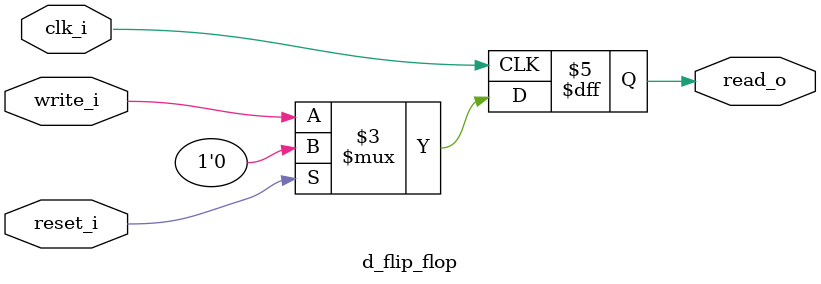
<source format=v>
`timescale 1ns / 1ps


module d_flip_flop #(parameter width = 1)(
                  input [width-1:0] write_i,     // write data
           //       input enable_i,  
                  input clk_i,
                  input reset_i,
                  output reg [width-1:0] read_o
                  );
                  
         always@(posedge clk_i)   
          begin 
            if(reset_i)
             begin
              read_o <= 'b0;
             end
            else 
             begin
     //         if(enable_i==1)
       //        begin
                read_o <= write_i;
               end
         //     else
           //    begin
             //   read_o <= 'b0;
               //end
            // end
          end
                  
 
endmodule

</source>
